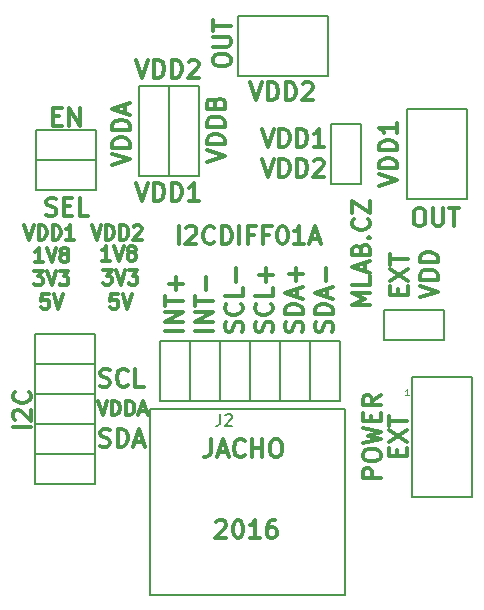
<source format=gbr>
G04 #@! TF.FileFunction,Legend,Top*
%FSLAX46Y46*%
G04 Gerber Fmt 4.6, Leading zero omitted, Abs format (unit mm)*
G04 Created by KiCad (PCBNEW 4.0.1-3.201512221401+6198~38~ubuntu15.10.1-stable) date Út 19. leden 2016, 20:09:19 CET*
%MOMM*%
G01*
G04 APERTURE LIST*
%ADD10C,0.300000*%
%ADD11C,0.150000*%
%ADD12C,0.050000*%
G04 APERTURE END LIST*
D10*
X33103357Y12108858D02*
X33103357Y12608858D01*
X33889071Y12823144D02*
X33889071Y12108858D01*
X32389071Y12108858D01*
X32389071Y12823144D01*
X32389071Y13323144D02*
X33889071Y14323144D01*
X32389071Y14323144D02*
X33889071Y13323144D01*
X32389071Y14680286D02*
X32389071Y15537429D01*
X33889071Y15108858D02*
X32389071Y15108858D01*
X22451143Y22637714D02*
X22522571Y22852000D01*
X22522571Y23209143D01*
X22451143Y23352000D01*
X22379714Y23423429D01*
X22236857Y23494857D01*
X22094000Y23494857D01*
X21951143Y23423429D01*
X21879714Y23352000D01*
X21808286Y23209143D01*
X21736857Y22923429D01*
X21665429Y22780571D01*
X21594000Y22709143D01*
X21451143Y22637714D01*
X21308286Y22637714D01*
X21165429Y22709143D01*
X21094000Y22780571D01*
X21022571Y22923429D01*
X21022571Y23280571D01*
X21094000Y23494857D01*
X22379714Y24994857D02*
X22451143Y24923428D01*
X22522571Y24709142D01*
X22522571Y24566285D01*
X22451143Y24352000D01*
X22308286Y24209142D01*
X22165429Y24137714D01*
X21879714Y24066285D01*
X21665429Y24066285D01*
X21379714Y24137714D01*
X21236857Y24209142D01*
X21094000Y24352000D01*
X21022571Y24566285D01*
X21022571Y24709142D01*
X21094000Y24923428D01*
X21165429Y24994857D01*
X22522571Y26352000D02*
X22522571Y25637714D01*
X21022571Y25637714D01*
X21951143Y26852000D02*
X21951143Y27994857D01*
X22522571Y27423428D02*
X21379714Y27423428D01*
X17748572Y6520571D02*
X17820001Y6592000D01*
X17962858Y6663429D01*
X18320001Y6663429D01*
X18462858Y6592000D01*
X18534287Y6520571D01*
X18605715Y6377714D01*
X18605715Y6234857D01*
X18534287Y6020571D01*
X17677144Y5163429D01*
X18605715Y5163429D01*
X19534286Y6663429D02*
X19677143Y6663429D01*
X19820000Y6592000D01*
X19891429Y6520571D01*
X19962858Y6377714D01*
X20034286Y6092000D01*
X20034286Y5734857D01*
X19962858Y5449143D01*
X19891429Y5306286D01*
X19820000Y5234857D01*
X19677143Y5163429D01*
X19534286Y5163429D01*
X19391429Y5234857D01*
X19320000Y5306286D01*
X19248572Y5449143D01*
X19177143Y5734857D01*
X19177143Y6092000D01*
X19248572Y6377714D01*
X19320000Y6520571D01*
X19391429Y6592000D01*
X19534286Y6663429D01*
X21462857Y5163429D02*
X20605714Y5163429D01*
X21034286Y5163429D02*
X21034286Y6663429D01*
X20891429Y6449143D01*
X20748571Y6306286D01*
X20605714Y6234857D01*
X22748571Y6663429D02*
X22462857Y6663429D01*
X22320000Y6592000D01*
X22248571Y6520571D01*
X22105714Y6306286D01*
X22034285Y6020571D01*
X22034285Y5449143D01*
X22105714Y5306286D01*
X22177142Y5234857D01*
X22320000Y5163429D01*
X22605714Y5163429D01*
X22748571Y5234857D01*
X22820000Y5306286D01*
X22891428Y5449143D01*
X22891428Y5806286D01*
X22820000Y5949143D01*
X22748571Y6020571D01*
X22605714Y6092000D01*
X22320000Y6092000D01*
X22177142Y6020571D01*
X22105714Y5949143D01*
X22034285Y5806286D01*
X17316000Y13521429D02*
X17316000Y12450000D01*
X17244572Y12235714D01*
X17101715Y12092857D01*
X16887429Y12021429D01*
X16744572Y12021429D01*
X17958857Y12450000D02*
X18673143Y12450000D01*
X17816000Y12021429D02*
X18316000Y13521429D01*
X18816000Y12021429D01*
X20173143Y12164286D02*
X20101714Y12092857D01*
X19887428Y12021429D01*
X19744571Y12021429D01*
X19530286Y12092857D01*
X19387428Y12235714D01*
X19316000Y12378571D01*
X19244571Y12664286D01*
X19244571Y12878571D01*
X19316000Y13164286D01*
X19387428Y13307143D01*
X19530286Y13450000D01*
X19744571Y13521429D01*
X19887428Y13521429D01*
X20101714Y13450000D01*
X20173143Y13378571D01*
X20816000Y12021429D02*
X20816000Y13521429D01*
X20816000Y12807143D02*
X21673143Y12807143D01*
X21673143Y12021429D02*
X21673143Y13521429D01*
X22673143Y13521429D02*
X22958857Y13521429D01*
X23101715Y13450000D01*
X23244572Y13307143D01*
X23316000Y13021429D01*
X23316000Y12521429D01*
X23244572Y12235714D01*
X23101715Y12092857D01*
X22958857Y12021429D01*
X22673143Y12021429D01*
X22530286Y12092857D01*
X22387429Y12235714D01*
X22316000Y12521429D01*
X22316000Y13021429D01*
X22387429Y13307143D01*
X22530286Y13450000D01*
X22673143Y13521429D01*
X9423429Y25803143D02*
X8852000Y25803143D01*
X8794857Y25231714D01*
X8852000Y25288857D01*
X8966286Y25346000D01*
X9252000Y25346000D01*
X9366286Y25288857D01*
X9423429Y25231714D01*
X9480572Y25117429D01*
X9480572Y24831714D01*
X9423429Y24717429D01*
X9366286Y24660286D01*
X9252000Y24603143D01*
X8966286Y24603143D01*
X8852000Y24660286D01*
X8794857Y24717429D01*
X9823429Y25803143D02*
X10223429Y24603143D01*
X10623429Y25803143D01*
X8166287Y27835143D02*
X8909144Y27835143D01*
X8509144Y27378000D01*
X8680572Y27378000D01*
X8794858Y27320857D01*
X8852001Y27263714D01*
X8909144Y27149429D01*
X8909144Y26863714D01*
X8852001Y26749429D01*
X8794858Y26692286D01*
X8680572Y26635143D01*
X8337715Y26635143D01*
X8223429Y26692286D01*
X8166287Y26749429D01*
X9252001Y27835143D02*
X9652001Y26635143D01*
X10052001Y27835143D01*
X10337715Y27835143D02*
X11080572Y27835143D01*
X10680572Y27378000D01*
X10852000Y27378000D01*
X10966286Y27320857D01*
X11023429Y27263714D01*
X11080572Y27149429D01*
X11080572Y26863714D01*
X11023429Y26749429D01*
X10966286Y26692286D01*
X10852000Y26635143D01*
X10509143Y26635143D01*
X10394857Y26692286D01*
X10337715Y26749429D01*
X8782144Y28667143D02*
X8096429Y28667143D01*
X8439287Y28667143D02*
X8439287Y29867143D01*
X8325001Y29695714D01*
X8210715Y29581429D01*
X8096429Y29524286D01*
X9125001Y29867143D02*
X9525001Y28667143D01*
X9925001Y29867143D01*
X10496429Y29352857D02*
X10382143Y29410000D01*
X10325000Y29467143D01*
X10267857Y29581429D01*
X10267857Y29638571D01*
X10325000Y29752857D01*
X10382143Y29810000D01*
X10496429Y29867143D01*
X10725000Y29867143D01*
X10839286Y29810000D01*
X10896429Y29752857D01*
X10953572Y29638571D01*
X10953572Y29581429D01*
X10896429Y29467143D01*
X10839286Y29410000D01*
X10725000Y29352857D01*
X10496429Y29352857D01*
X10382143Y29295714D01*
X10325000Y29238571D01*
X10267857Y29124286D01*
X10267857Y28895714D01*
X10325000Y28781429D01*
X10382143Y28724286D01*
X10496429Y28667143D01*
X10725000Y28667143D01*
X10839286Y28724286D01*
X10896429Y28781429D01*
X10953572Y28895714D01*
X10953572Y29124286D01*
X10896429Y29238571D01*
X10839286Y29295714D01*
X10725000Y29352857D01*
X3581429Y25803143D02*
X3010000Y25803143D01*
X2952857Y25231714D01*
X3010000Y25288857D01*
X3124286Y25346000D01*
X3410000Y25346000D01*
X3524286Y25288857D01*
X3581429Y25231714D01*
X3638572Y25117429D01*
X3638572Y24831714D01*
X3581429Y24717429D01*
X3524286Y24660286D01*
X3410000Y24603143D01*
X3124286Y24603143D01*
X3010000Y24660286D01*
X2952857Y24717429D01*
X3981429Y25803143D02*
X4381429Y24603143D01*
X4781429Y25803143D01*
X2324287Y27771643D02*
X3067144Y27771643D01*
X2667144Y27314500D01*
X2838572Y27314500D01*
X2952858Y27257357D01*
X3010001Y27200214D01*
X3067144Y27085929D01*
X3067144Y26800214D01*
X3010001Y26685929D01*
X2952858Y26628786D01*
X2838572Y26571643D01*
X2495715Y26571643D01*
X2381429Y26628786D01*
X2324287Y26685929D01*
X3410001Y27771643D02*
X3810001Y26571643D01*
X4210001Y27771643D01*
X4495715Y27771643D02*
X5238572Y27771643D01*
X4838572Y27314500D01*
X5010000Y27314500D01*
X5124286Y27257357D01*
X5181429Y27200214D01*
X5238572Y27085929D01*
X5238572Y26800214D01*
X5181429Y26685929D01*
X5124286Y26628786D01*
X5010000Y26571643D01*
X4667143Y26571643D01*
X4552857Y26628786D01*
X4495715Y26685929D01*
X3067144Y28540143D02*
X2381429Y28540143D01*
X2724287Y28540143D02*
X2724287Y29740143D01*
X2610001Y29568714D01*
X2495715Y29454429D01*
X2381429Y29397286D01*
X3410001Y29740143D02*
X3810001Y28540143D01*
X4210001Y29740143D01*
X4781429Y29225857D02*
X4667143Y29283000D01*
X4610000Y29340143D01*
X4552857Y29454429D01*
X4552857Y29511571D01*
X4610000Y29625857D01*
X4667143Y29683000D01*
X4781429Y29740143D01*
X5010000Y29740143D01*
X5124286Y29683000D01*
X5181429Y29625857D01*
X5238572Y29511571D01*
X5238572Y29454429D01*
X5181429Y29340143D01*
X5124286Y29283000D01*
X5010000Y29225857D01*
X4781429Y29225857D01*
X4667143Y29168714D01*
X4610000Y29111571D01*
X4552857Y28997286D01*
X4552857Y28768714D01*
X4610000Y28654429D01*
X4667143Y28597286D01*
X4781429Y28540143D01*
X5010000Y28540143D01*
X5124286Y28597286D01*
X5181429Y28654429D01*
X5238572Y28768714D01*
X5238572Y28997286D01*
X5181429Y29111571D01*
X5124286Y29168714D01*
X5010000Y29225857D01*
X1511572Y31645143D02*
X1911572Y30445143D01*
X2311572Y31645143D01*
X2711571Y30445143D02*
X2711571Y31645143D01*
X2997286Y31645143D01*
X3168714Y31588000D01*
X3283000Y31473714D01*
X3340143Y31359429D01*
X3397286Y31130857D01*
X3397286Y30959429D01*
X3340143Y30730857D01*
X3283000Y30616571D01*
X3168714Y30502286D01*
X2997286Y30445143D01*
X2711571Y30445143D01*
X3911571Y30445143D02*
X3911571Y31645143D01*
X4197286Y31645143D01*
X4368714Y31588000D01*
X4483000Y31473714D01*
X4540143Y31359429D01*
X4597286Y31130857D01*
X4597286Y30959429D01*
X4540143Y30730857D01*
X4483000Y30616571D01*
X4368714Y30502286D01*
X4197286Y30445143D01*
X3911571Y30445143D01*
X5740143Y30445143D02*
X5054428Y30445143D01*
X5397286Y30445143D02*
X5397286Y31645143D01*
X5283000Y31473714D01*
X5168714Y31359429D01*
X5054428Y31302286D01*
X7226572Y31645143D02*
X7626572Y30445143D01*
X8026572Y31645143D01*
X8426571Y30445143D02*
X8426571Y31645143D01*
X8712286Y31645143D01*
X8883714Y31588000D01*
X8998000Y31473714D01*
X9055143Y31359429D01*
X9112286Y31130857D01*
X9112286Y30959429D01*
X9055143Y30730857D01*
X8998000Y30616571D01*
X8883714Y30502286D01*
X8712286Y30445143D01*
X8426571Y30445143D01*
X9626571Y30445143D02*
X9626571Y31645143D01*
X9912286Y31645143D01*
X10083714Y31588000D01*
X10198000Y31473714D01*
X10255143Y31359429D01*
X10312286Y31130857D01*
X10312286Y30959429D01*
X10255143Y30730857D01*
X10198000Y30616571D01*
X10083714Y30502286D01*
X9912286Y30445143D01*
X9626571Y30445143D01*
X10769428Y31530857D02*
X10826571Y31588000D01*
X10940857Y31645143D01*
X11226571Y31645143D01*
X11340857Y31588000D01*
X11398000Y31530857D01*
X11455143Y31416571D01*
X11455143Y31302286D01*
X11398000Y31130857D01*
X10712286Y30445143D01*
X11455143Y30445143D01*
X30777571Y24888572D02*
X29277571Y24888572D01*
X30349000Y25388572D01*
X29277571Y25888572D01*
X30777571Y25888572D01*
X30777571Y27317144D02*
X30777571Y26602858D01*
X29277571Y26602858D01*
X30349000Y27745715D02*
X30349000Y28460001D01*
X30777571Y27602858D02*
X29277571Y28102858D01*
X30777571Y28602858D01*
X29991857Y29602858D02*
X30063286Y29817144D01*
X30134714Y29888572D01*
X30277571Y29960001D01*
X30491857Y29960001D01*
X30634714Y29888572D01*
X30706143Y29817144D01*
X30777571Y29674286D01*
X30777571Y29102858D01*
X29277571Y29102858D01*
X29277571Y29602858D01*
X29349000Y29745715D01*
X29420429Y29817144D01*
X29563286Y29888572D01*
X29706143Y29888572D01*
X29849000Y29817144D01*
X29920429Y29745715D01*
X29991857Y29602858D01*
X29991857Y29102858D01*
X30634714Y30602858D02*
X30706143Y30674286D01*
X30777571Y30602858D01*
X30706143Y30531429D01*
X30634714Y30602858D01*
X30777571Y30602858D01*
X30634714Y32174287D02*
X30706143Y32102858D01*
X30777571Y31888572D01*
X30777571Y31745715D01*
X30706143Y31531430D01*
X30563286Y31388572D01*
X30420429Y31317144D01*
X30134714Y31245715D01*
X29920429Y31245715D01*
X29634714Y31317144D01*
X29491857Y31388572D01*
X29349000Y31531430D01*
X29277571Y31745715D01*
X29277571Y31888572D01*
X29349000Y32102858D01*
X29420429Y32174287D01*
X29277571Y32674287D02*
X29277571Y33674287D01*
X30777571Y32674287D01*
X30777571Y33674287D01*
X14581930Y30055429D02*
X14581930Y31555429D01*
X15224787Y31412571D02*
X15296216Y31484000D01*
X15439073Y31555429D01*
X15796216Y31555429D01*
X15939073Y31484000D01*
X16010502Y31412571D01*
X16081930Y31269714D01*
X16081930Y31126857D01*
X16010502Y30912571D01*
X15153359Y30055429D01*
X16081930Y30055429D01*
X17581930Y30198286D02*
X17510501Y30126857D01*
X17296215Y30055429D01*
X17153358Y30055429D01*
X16939073Y30126857D01*
X16796215Y30269714D01*
X16724787Y30412571D01*
X16653358Y30698286D01*
X16653358Y30912571D01*
X16724787Y31198286D01*
X16796215Y31341143D01*
X16939073Y31484000D01*
X17153358Y31555429D01*
X17296215Y31555429D01*
X17510501Y31484000D01*
X17581930Y31412571D01*
X18224787Y30055429D02*
X18224787Y31555429D01*
X18581930Y31555429D01*
X18796215Y31484000D01*
X18939073Y31341143D01*
X19010501Y31198286D01*
X19081930Y30912571D01*
X19081930Y30698286D01*
X19010501Y30412571D01*
X18939073Y30269714D01*
X18796215Y30126857D01*
X18581930Y30055429D01*
X18224787Y30055429D01*
X19724787Y30055429D02*
X19724787Y31555429D01*
X20939073Y30841143D02*
X20439073Y30841143D01*
X20439073Y30055429D02*
X20439073Y31555429D01*
X21153359Y31555429D01*
X22224787Y30841143D02*
X21724787Y30841143D01*
X21724787Y30055429D02*
X21724787Y31555429D01*
X22439073Y31555429D01*
X23296215Y31555429D02*
X23439072Y31555429D01*
X23581929Y31484000D01*
X23653358Y31412571D01*
X23724787Y31269714D01*
X23796215Y30984000D01*
X23796215Y30626857D01*
X23724787Y30341143D01*
X23653358Y30198286D01*
X23581929Y30126857D01*
X23439072Y30055429D01*
X23296215Y30055429D01*
X23153358Y30126857D01*
X23081929Y30198286D01*
X23010501Y30341143D01*
X22939072Y30626857D01*
X22939072Y30984000D01*
X23010501Y31269714D01*
X23081929Y31412571D01*
X23153358Y31484000D01*
X23296215Y31555429D01*
X25224786Y30055429D02*
X24367643Y30055429D01*
X24796215Y30055429D02*
X24796215Y31555429D01*
X24653358Y31341143D01*
X24510500Y31198286D01*
X24367643Y31126857D01*
X25796214Y30484000D02*
X26510500Y30484000D01*
X25653357Y30055429D02*
X26153357Y31555429D01*
X26653357Y30055429D01*
X21606572Y37270429D02*
X22106572Y35770429D01*
X22606572Y37270429D01*
X23106572Y35770429D02*
X23106572Y37270429D01*
X23463715Y37270429D01*
X23678000Y37199000D01*
X23820858Y37056143D01*
X23892286Y36913286D01*
X23963715Y36627571D01*
X23963715Y36413286D01*
X23892286Y36127571D01*
X23820858Y35984714D01*
X23678000Y35841857D01*
X23463715Y35770429D01*
X23106572Y35770429D01*
X24606572Y35770429D02*
X24606572Y37270429D01*
X24963715Y37270429D01*
X25178000Y37199000D01*
X25320858Y37056143D01*
X25392286Y36913286D01*
X25463715Y36627571D01*
X25463715Y36413286D01*
X25392286Y36127571D01*
X25320858Y35984714D01*
X25178000Y35841857D01*
X24963715Y35770429D01*
X24606572Y35770429D01*
X26035143Y37127571D02*
X26106572Y37199000D01*
X26249429Y37270429D01*
X26606572Y37270429D01*
X26749429Y37199000D01*
X26820858Y37127571D01*
X26892286Y36984714D01*
X26892286Y36841857D01*
X26820858Y36627571D01*
X25963715Y35770429D01*
X26892286Y35770429D01*
X21606572Y39810429D02*
X22106572Y38310429D01*
X22606572Y39810429D01*
X23106572Y38310429D02*
X23106572Y39810429D01*
X23463715Y39810429D01*
X23678000Y39739000D01*
X23820858Y39596143D01*
X23892286Y39453286D01*
X23963715Y39167571D01*
X23963715Y38953286D01*
X23892286Y38667571D01*
X23820858Y38524714D01*
X23678000Y38381857D01*
X23463715Y38310429D01*
X23106572Y38310429D01*
X24606572Y38310429D02*
X24606572Y39810429D01*
X24963715Y39810429D01*
X25178000Y39739000D01*
X25320858Y39596143D01*
X25392286Y39453286D01*
X25463715Y39167571D01*
X25463715Y38953286D01*
X25392286Y38667571D01*
X25320858Y38524714D01*
X25178000Y38381857D01*
X24963715Y38310429D01*
X24606572Y38310429D01*
X26892286Y38310429D02*
X26035143Y38310429D01*
X26463715Y38310429D02*
X26463715Y39810429D01*
X26320858Y39596143D01*
X26178000Y39453286D01*
X26035143Y39381857D01*
X34992571Y25542857D02*
X36492571Y26042857D01*
X34992571Y26542857D01*
X36492571Y27042857D02*
X34992571Y27042857D01*
X34992571Y27400000D01*
X35064000Y27614285D01*
X35206857Y27757143D01*
X35349714Y27828571D01*
X35635429Y27900000D01*
X35849714Y27900000D01*
X36135429Y27828571D01*
X36278286Y27757143D01*
X36421143Y27614285D01*
X36492571Y27400000D01*
X36492571Y27042857D01*
X36492571Y28542857D02*
X34992571Y28542857D01*
X34992571Y28900000D01*
X35064000Y29114285D01*
X35206857Y29257143D01*
X35349714Y29328571D01*
X35635429Y29400000D01*
X35849714Y29400000D01*
X36135429Y29328571D01*
X36278286Y29257143D01*
X36421143Y29114285D01*
X36492571Y28900000D01*
X36492571Y28542857D01*
X33166857Y25757143D02*
X33166857Y26257143D01*
X33952571Y26471429D02*
X33952571Y25757143D01*
X32452571Y25757143D01*
X32452571Y26471429D01*
X32452571Y26971429D02*
X33952571Y27971429D01*
X32452571Y27971429D02*
X33952571Y26971429D01*
X32452571Y28328571D02*
X32452571Y29185714D01*
X33952571Y28757143D02*
X32452571Y28757143D01*
X7905714Y12981857D02*
X8120000Y12910429D01*
X8477143Y12910429D01*
X8620000Y12981857D01*
X8691429Y13053286D01*
X8762857Y13196143D01*
X8762857Y13339000D01*
X8691429Y13481857D01*
X8620000Y13553286D01*
X8477143Y13624714D01*
X8191429Y13696143D01*
X8048571Y13767571D01*
X7977143Y13839000D01*
X7905714Y13981857D01*
X7905714Y14124714D01*
X7977143Y14267571D01*
X8048571Y14339000D01*
X8191429Y14410429D01*
X8548571Y14410429D01*
X8762857Y14339000D01*
X9405714Y12910429D02*
X9405714Y14410429D01*
X9762857Y14410429D01*
X9977142Y14339000D01*
X10120000Y14196143D01*
X10191428Y14053286D01*
X10262857Y13767571D01*
X10262857Y13553286D01*
X10191428Y13267571D01*
X10120000Y13124714D01*
X9977142Y12981857D01*
X9762857Y12910429D01*
X9405714Y12910429D01*
X10834285Y13339000D02*
X11548571Y13339000D01*
X10691428Y12910429D02*
X11191428Y14410429D01*
X11691428Y12910429D01*
X7734286Y16786143D02*
X8134286Y15586143D01*
X8534286Y16786143D01*
X8934285Y15586143D02*
X8934285Y16786143D01*
X9220000Y16786143D01*
X9391428Y16729000D01*
X9505714Y16614714D01*
X9562857Y16500429D01*
X9620000Y16271857D01*
X9620000Y16100429D01*
X9562857Y15871857D01*
X9505714Y15757571D01*
X9391428Y15643286D01*
X9220000Y15586143D01*
X8934285Y15586143D01*
X10134285Y15586143D02*
X10134285Y16786143D01*
X10420000Y16786143D01*
X10591428Y16729000D01*
X10705714Y16614714D01*
X10762857Y16500429D01*
X10820000Y16271857D01*
X10820000Y16100429D01*
X10762857Y15871857D01*
X10705714Y15757571D01*
X10591428Y15643286D01*
X10420000Y15586143D01*
X10134285Y15586143D01*
X11277142Y15929000D02*
X11848571Y15929000D01*
X11162857Y15586143D02*
X11562857Y16786143D01*
X11962857Y15586143D01*
X7905714Y18061857D02*
X8120000Y17990429D01*
X8477143Y17990429D01*
X8620000Y18061857D01*
X8691429Y18133286D01*
X8762857Y18276143D01*
X8762857Y18419000D01*
X8691429Y18561857D01*
X8620000Y18633286D01*
X8477143Y18704714D01*
X8191429Y18776143D01*
X8048571Y18847571D01*
X7977143Y18919000D01*
X7905714Y19061857D01*
X7905714Y19204714D01*
X7977143Y19347571D01*
X8048571Y19419000D01*
X8191429Y19490429D01*
X8548571Y19490429D01*
X8762857Y19419000D01*
X10262857Y18133286D02*
X10191428Y18061857D01*
X9977142Y17990429D01*
X9834285Y17990429D01*
X9620000Y18061857D01*
X9477142Y18204714D01*
X9405714Y18347571D01*
X9334285Y18633286D01*
X9334285Y18847571D01*
X9405714Y19133286D01*
X9477142Y19276143D01*
X9620000Y19419000D01*
X9834285Y19490429D01*
X9977142Y19490429D01*
X10191428Y19419000D01*
X10262857Y19347571D01*
X11620000Y17990429D02*
X10905714Y17990429D01*
X10905714Y19490429D01*
X2075571Y14537715D02*
X575571Y14537715D01*
X718429Y15180572D02*
X647000Y15252001D01*
X575571Y15394858D01*
X575571Y15752001D01*
X647000Y15894858D01*
X718429Y15966287D01*
X861286Y16037715D01*
X1004143Y16037715D01*
X1218429Y15966287D01*
X2075571Y15109144D01*
X2075571Y16037715D01*
X1932714Y17537715D02*
X2004143Y17466286D01*
X2075571Y17252000D01*
X2075571Y17109143D01*
X2004143Y16894858D01*
X1861286Y16752000D01*
X1718429Y16680572D01*
X1432714Y16609143D01*
X1218429Y16609143D01*
X932714Y16680572D01*
X789857Y16752000D01*
X647000Y16894858D01*
X575571Y17109143D01*
X575571Y17252000D01*
X647000Y17466286D01*
X718429Y17537715D01*
X27531143Y22637714D02*
X27602571Y22852000D01*
X27602571Y23209143D01*
X27531143Y23352000D01*
X27459714Y23423429D01*
X27316857Y23494857D01*
X27174000Y23494857D01*
X27031143Y23423429D01*
X26959714Y23352000D01*
X26888286Y23209143D01*
X26816857Y22923429D01*
X26745429Y22780571D01*
X26674000Y22709143D01*
X26531143Y22637714D01*
X26388286Y22637714D01*
X26245429Y22709143D01*
X26174000Y22780571D01*
X26102571Y22923429D01*
X26102571Y23280571D01*
X26174000Y23494857D01*
X27602571Y24137714D02*
X26102571Y24137714D01*
X26102571Y24494857D01*
X26174000Y24709142D01*
X26316857Y24852000D01*
X26459714Y24923428D01*
X26745429Y24994857D01*
X26959714Y24994857D01*
X27245429Y24923428D01*
X27388286Y24852000D01*
X27531143Y24709142D01*
X27602571Y24494857D01*
X27602571Y24137714D01*
X27174000Y25566285D02*
X27174000Y26280571D01*
X27602571Y25423428D02*
X26102571Y25923428D01*
X27602571Y26423428D01*
X27031143Y26923428D02*
X27031143Y28066285D01*
X24991143Y22637714D02*
X25062571Y22852000D01*
X25062571Y23209143D01*
X24991143Y23352000D01*
X24919714Y23423429D01*
X24776857Y23494857D01*
X24634000Y23494857D01*
X24491143Y23423429D01*
X24419714Y23352000D01*
X24348286Y23209143D01*
X24276857Y22923429D01*
X24205429Y22780571D01*
X24134000Y22709143D01*
X23991143Y22637714D01*
X23848286Y22637714D01*
X23705429Y22709143D01*
X23634000Y22780571D01*
X23562571Y22923429D01*
X23562571Y23280571D01*
X23634000Y23494857D01*
X25062571Y24137714D02*
X23562571Y24137714D01*
X23562571Y24494857D01*
X23634000Y24709142D01*
X23776857Y24852000D01*
X23919714Y24923428D01*
X24205429Y24994857D01*
X24419714Y24994857D01*
X24705429Y24923428D01*
X24848286Y24852000D01*
X24991143Y24709142D01*
X25062571Y24494857D01*
X25062571Y24137714D01*
X24634000Y25566285D02*
X24634000Y26280571D01*
X25062571Y25423428D02*
X23562571Y25923428D01*
X25062571Y26423428D01*
X24491143Y26923428D02*
X24491143Y28066285D01*
X25062571Y27494856D02*
X23919714Y27494856D01*
X19911143Y22637714D02*
X19982571Y22852000D01*
X19982571Y23209143D01*
X19911143Y23352000D01*
X19839714Y23423429D01*
X19696857Y23494857D01*
X19554000Y23494857D01*
X19411143Y23423429D01*
X19339714Y23352000D01*
X19268286Y23209143D01*
X19196857Y22923429D01*
X19125429Y22780571D01*
X19054000Y22709143D01*
X18911143Y22637714D01*
X18768286Y22637714D01*
X18625429Y22709143D01*
X18554000Y22780571D01*
X18482571Y22923429D01*
X18482571Y23280571D01*
X18554000Y23494857D01*
X19839714Y24994857D02*
X19911143Y24923428D01*
X19982571Y24709142D01*
X19982571Y24566285D01*
X19911143Y24352000D01*
X19768286Y24209142D01*
X19625429Y24137714D01*
X19339714Y24066285D01*
X19125429Y24066285D01*
X18839714Y24137714D01*
X18696857Y24209142D01*
X18554000Y24352000D01*
X18482571Y24566285D01*
X18482571Y24709142D01*
X18554000Y24923428D01*
X18625429Y24994857D01*
X19982571Y26352000D02*
X19982571Y25637714D01*
X18482571Y25637714D01*
X19411143Y26852000D02*
X19411143Y27994857D01*
X17442571Y22709143D02*
X15942571Y22709143D01*
X17442571Y23423429D02*
X15942571Y23423429D01*
X17442571Y24280572D01*
X15942571Y24280572D01*
X15942571Y24780572D02*
X15942571Y25637715D01*
X17442571Y25209144D02*
X15942571Y25209144D01*
X16871143Y26137715D02*
X16871143Y27280572D01*
X14902571Y22709143D02*
X13402571Y22709143D01*
X14902571Y23423429D02*
X13402571Y23423429D01*
X14902571Y24280572D01*
X13402571Y24280572D01*
X13402571Y24780572D02*
X13402571Y25637715D01*
X14902571Y25209144D02*
X13402571Y25209144D01*
X14331143Y26137715D02*
X14331143Y27280572D01*
X14902571Y26709143D02*
X13759714Y26709143D01*
X34822000Y33079429D02*
X35107714Y33079429D01*
X35250572Y33008000D01*
X35393429Y32865143D01*
X35464857Y32579429D01*
X35464857Y32079429D01*
X35393429Y31793714D01*
X35250572Y31650857D01*
X35107714Y31579429D01*
X34822000Y31579429D01*
X34679143Y31650857D01*
X34536286Y31793714D01*
X34464857Y32079429D01*
X34464857Y32579429D01*
X34536286Y32865143D01*
X34679143Y33008000D01*
X34822000Y33079429D01*
X36107715Y33079429D02*
X36107715Y31865143D01*
X36179143Y31722286D01*
X36250572Y31650857D01*
X36393429Y31579429D01*
X36679143Y31579429D01*
X36822001Y31650857D01*
X36893429Y31722286D01*
X36964858Y31865143D01*
X36964858Y33079429D01*
X37464858Y33079429D02*
X38322001Y33079429D01*
X37893430Y31579429D02*
X37893430Y33079429D01*
X17466571Y45490000D02*
X17466571Y45775714D01*
X17538000Y45918572D01*
X17680857Y46061429D01*
X17966571Y46132857D01*
X18466571Y46132857D01*
X18752286Y46061429D01*
X18895143Y45918572D01*
X18966571Y45775714D01*
X18966571Y45490000D01*
X18895143Y45347143D01*
X18752286Y45204286D01*
X18466571Y45132857D01*
X17966571Y45132857D01*
X17680857Y45204286D01*
X17538000Y45347143D01*
X17466571Y45490000D01*
X17466571Y46775715D02*
X18680857Y46775715D01*
X18823714Y46847143D01*
X18895143Y46918572D01*
X18966571Y47061429D01*
X18966571Y47347143D01*
X18895143Y47490001D01*
X18823714Y47561429D01*
X18680857Y47632858D01*
X17466571Y47632858D01*
X17466571Y48132858D02*
X17466571Y48990001D01*
X18966571Y48561430D02*
X17466571Y48561430D01*
X31666571Y10251714D02*
X30166571Y10251714D01*
X30166571Y10823142D01*
X30238000Y10966000D01*
X30309429Y11037428D01*
X30452286Y11108857D01*
X30666571Y11108857D01*
X30809429Y11037428D01*
X30880857Y10966000D01*
X30952286Y10823142D01*
X30952286Y10251714D01*
X30166571Y12037428D02*
X30166571Y12323142D01*
X30238000Y12466000D01*
X30380857Y12608857D01*
X30666571Y12680285D01*
X31166571Y12680285D01*
X31452286Y12608857D01*
X31595143Y12466000D01*
X31666571Y12323142D01*
X31666571Y12037428D01*
X31595143Y11894571D01*
X31452286Y11751714D01*
X31166571Y11680285D01*
X30666571Y11680285D01*
X30380857Y11751714D01*
X30238000Y11894571D01*
X30166571Y12037428D01*
X30166571Y13180286D02*
X31666571Y13537429D01*
X30595143Y13823143D01*
X31666571Y14108857D01*
X30166571Y14466000D01*
X30880857Y15037429D02*
X30880857Y15537429D01*
X31666571Y15751715D02*
X31666571Y15037429D01*
X30166571Y15037429D01*
X30166571Y15751715D01*
X31666571Y17251715D02*
X30952286Y16751715D01*
X31666571Y16394572D02*
X30166571Y16394572D01*
X30166571Y16966000D01*
X30238000Y17108858D01*
X30309429Y17180286D01*
X30452286Y17251715D01*
X30666571Y17251715D01*
X30809429Y17180286D01*
X30880857Y17108858D01*
X30952286Y16966000D01*
X30952286Y16394572D01*
X31563571Y35004715D02*
X33063571Y35504715D01*
X31563571Y36004715D01*
X33063571Y36504715D02*
X31563571Y36504715D01*
X31563571Y36861858D01*
X31635000Y37076143D01*
X31777857Y37219001D01*
X31920714Y37290429D01*
X32206429Y37361858D01*
X32420714Y37361858D01*
X32706429Y37290429D01*
X32849286Y37219001D01*
X32992143Y37076143D01*
X33063571Y36861858D01*
X33063571Y36504715D01*
X33063571Y38004715D02*
X31563571Y38004715D01*
X31563571Y38361858D01*
X31635000Y38576143D01*
X31777857Y38719001D01*
X31920714Y38790429D01*
X32206429Y38861858D01*
X32420714Y38861858D01*
X32706429Y38790429D01*
X32849286Y38719001D01*
X32992143Y38576143D01*
X33063571Y38361858D01*
X33063571Y38004715D01*
X33063571Y40290429D02*
X33063571Y39433286D01*
X33063571Y39861858D02*
X31563571Y39861858D01*
X31777857Y39719001D01*
X31920714Y39576143D01*
X31992143Y39433286D01*
X20653715Y43747429D02*
X21153715Y42247429D01*
X21653715Y43747429D01*
X22153715Y42247429D02*
X22153715Y43747429D01*
X22510858Y43747429D01*
X22725143Y43676000D01*
X22868001Y43533143D01*
X22939429Y43390286D01*
X23010858Y43104571D01*
X23010858Y42890286D01*
X22939429Y42604571D01*
X22868001Y42461714D01*
X22725143Y42318857D01*
X22510858Y42247429D01*
X22153715Y42247429D01*
X23653715Y42247429D02*
X23653715Y43747429D01*
X24010858Y43747429D01*
X24225143Y43676000D01*
X24368001Y43533143D01*
X24439429Y43390286D01*
X24510858Y43104571D01*
X24510858Y42890286D01*
X24439429Y42604571D01*
X24368001Y42461714D01*
X24225143Y42318857D01*
X24010858Y42247429D01*
X23653715Y42247429D01*
X25082286Y43604571D02*
X25153715Y43676000D01*
X25296572Y43747429D01*
X25653715Y43747429D01*
X25796572Y43676000D01*
X25868001Y43604571D01*
X25939429Y43461714D01*
X25939429Y43318857D01*
X25868001Y43104571D01*
X25010858Y42247429D01*
X25939429Y42247429D01*
X16958571Y37001000D02*
X18458571Y37501000D01*
X16958571Y38001000D01*
X18458571Y38501000D02*
X16958571Y38501000D01*
X16958571Y38858143D01*
X17030000Y39072428D01*
X17172857Y39215286D01*
X17315714Y39286714D01*
X17601429Y39358143D01*
X17815714Y39358143D01*
X18101429Y39286714D01*
X18244286Y39215286D01*
X18387143Y39072428D01*
X18458571Y38858143D01*
X18458571Y38501000D01*
X18458571Y40001000D02*
X16958571Y40001000D01*
X16958571Y40358143D01*
X17030000Y40572428D01*
X17172857Y40715286D01*
X17315714Y40786714D01*
X17601429Y40858143D01*
X17815714Y40858143D01*
X18101429Y40786714D01*
X18244286Y40715286D01*
X18387143Y40572428D01*
X18458571Y40358143D01*
X18458571Y40001000D01*
X17672857Y42001000D02*
X17744286Y42215286D01*
X17815714Y42286714D01*
X17958571Y42358143D01*
X18172857Y42358143D01*
X18315714Y42286714D01*
X18387143Y42215286D01*
X18458571Y42072428D01*
X18458571Y41501000D01*
X16958571Y41501000D01*
X16958571Y42001000D01*
X17030000Y42143857D01*
X17101429Y42215286D01*
X17244286Y42286714D01*
X17387143Y42286714D01*
X17530000Y42215286D01*
X17601429Y42143857D01*
X17672857Y42001000D01*
X17672857Y41501000D01*
X8957571Y36727143D02*
X10457571Y37227143D01*
X8957571Y37727143D01*
X10457571Y38227143D02*
X8957571Y38227143D01*
X8957571Y38584286D01*
X9029000Y38798571D01*
X9171857Y38941429D01*
X9314714Y39012857D01*
X9600429Y39084286D01*
X9814714Y39084286D01*
X10100429Y39012857D01*
X10243286Y38941429D01*
X10386143Y38798571D01*
X10457571Y38584286D01*
X10457571Y38227143D01*
X10457571Y39727143D02*
X8957571Y39727143D01*
X8957571Y40084286D01*
X9029000Y40298571D01*
X9171857Y40441429D01*
X9314714Y40512857D01*
X9600429Y40584286D01*
X9814714Y40584286D01*
X10100429Y40512857D01*
X10243286Y40441429D01*
X10386143Y40298571D01*
X10457571Y40084286D01*
X10457571Y39727143D01*
X10029000Y41155714D02*
X10029000Y41870000D01*
X10457571Y41012857D02*
X8957571Y41512857D01*
X10457571Y42012857D01*
X11001715Y45652429D02*
X11501715Y44152429D01*
X12001715Y45652429D01*
X12501715Y44152429D02*
X12501715Y45652429D01*
X12858858Y45652429D01*
X13073143Y45581000D01*
X13216001Y45438143D01*
X13287429Y45295286D01*
X13358858Y45009571D01*
X13358858Y44795286D01*
X13287429Y44509571D01*
X13216001Y44366714D01*
X13073143Y44223857D01*
X12858858Y44152429D01*
X12501715Y44152429D01*
X14001715Y44152429D02*
X14001715Y45652429D01*
X14358858Y45652429D01*
X14573143Y45581000D01*
X14716001Y45438143D01*
X14787429Y45295286D01*
X14858858Y45009571D01*
X14858858Y44795286D01*
X14787429Y44509571D01*
X14716001Y44366714D01*
X14573143Y44223857D01*
X14358858Y44152429D01*
X14001715Y44152429D01*
X15430286Y45509571D02*
X15501715Y45581000D01*
X15644572Y45652429D01*
X16001715Y45652429D01*
X16144572Y45581000D01*
X16216001Y45509571D01*
X16287429Y45366714D01*
X16287429Y45223857D01*
X16216001Y45009571D01*
X15358858Y44152429D01*
X16287429Y44152429D01*
X11001715Y35238429D02*
X11501715Y33738429D01*
X12001715Y35238429D01*
X12501715Y33738429D02*
X12501715Y35238429D01*
X12858858Y35238429D01*
X13073143Y35167000D01*
X13216001Y35024143D01*
X13287429Y34881286D01*
X13358858Y34595571D01*
X13358858Y34381286D01*
X13287429Y34095571D01*
X13216001Y33952714D01*
X13073143Y33809857D01*
X12858858Y33738429D01*
X12501715Y33738429D01*
X14001715Y33738429D02*
X14001715Y35238429D01*
X14358858Y35238429D01*
X14573143Y35167000D01*
X14716001Y35024143D01*
X14787429Y34881286D01*
X14858858Y34595571D01*
X14858858Y34381286D01*
X14787429Y34095571D01*
X14716001Y33952714D01*
X14573143Y33809857D01*
X14358858Y33738429D01*
X14001715Y33738429D01*
X16287429Y33738429D02*
X15430286Y33738429D01*
X15858858Y33738429D02*
X15858858Y35238429D01*
X15716001Y35024143D01*
X15573143Y34881286D01*
X15430286Y34809857D01*
X3365714Y32539857D02*
X3580000Y32468429D01*
X3937143Y32468429D01*
X4080000Y32539857D01*
X4151429Y32611286D01*
X4222857Y32754143D01*
X4222857Y32897000D01*
X4151429Y33039857D01*
X4080000Y33111286D01*
X3937143Y33182714D01*
X3651429Y33254143D01*
X3508571Y33325571D01*
X3437143Y33397000D01*
X3365714Y33539857D01*
X3365714Y33682714D01*
X3437143Y33825571D01*
X3508571Y33897000D01*
X3651429Y33968429D01*
X4008571Y33968429D01*
X4222857Y33897000D01*
X4865714Y33254143D02*
X5365714Y33254143D01*
X5580000Y32468429D02*
X4865714Y32468429D01*
X4865714Y33968429D01*
X5580000Y33968429D01*
X6937143Y32468429D02*
X6222857Y32468429D01*
X6222857Y33968429D01*
X3972857Y40874143D02*
X4472857Y40874143D01*
X4687143Y40088429D02*
X3972857Y40088429D01*
X3972857Y41588429D01*
X4687143Y41588429D01*
X5330000Y40088429D02*
X5330000Y41588429D01*
X6187143Y40088429D01*
X6187143Y41588429D01*
D11*
X12190000Y16112000D02*
X12190000Y382000D01*
X12190000Y382000D02*
X28700000Y382000D01*
X28700000Y382000D02*
X28700000Y16132000D01*
X28700000Y16132000D02*
X12190000Y16132000D01*
X34290000Y18796000D02*
X39370000Y18796000D01*
X39370000Y18796000D02*
X39370000Y8636000D01*
X39370000Y8636000D02*
X34290000Y8636000D01*
X34290000Y8636000D02*
X34290000Y18796000D01*
X12954000Y16764000D02*
X12954000Y21844000D01*
X12954000Y21844000D02*
X15494000Y21844000D01*
X15494000Y21844000D02*
X15494000Y16764000D01*
X15494000Y16764000D02*
X12954000Y16764000D01*
X15494000Y16764000D02*
X15494000Y21844000D01*
X15494000Y21844000D02*
X18034000Y21844000D01*
X18034000Y21844000D02*
X18034000Y16764000D01*
X18034000Y16764000D02*
X15494000Y16764000D01*
X18034000Y16764000D02*
X18034000Y21844000D01*
X18034000Y21844000D02*
X20574000Y21844000D01*
X20574000Y21844000D02*
X20574000Y16764000D01*
X20574000Y16764000D02*
X18034000Y16764000D01*
X20574000Y16764000D02*
X20574000Y21844000D01*
X20574000Y21844000D02*
X23114000Y21844000D01*
X23114000Y21844000D02*
X23114000Y16764000D01*
X23114000Y16764000D02*
X20574000Y16764000D01*
X23114000Y16764000D02*
X23114000Y21844000D01*
X23114000Y21844000D02*
X25654000Y21844000D01*
X25654000Y21844000D02*
X25654000Y16764000D01*
X25654000Y16764000D02*
X23114000Y16764000D01*
X25654000Y16764000D02*
X25654000Y21844000D01*
X25654000Y21844000D02*
X28194000Y21844000D01*
X28194000Y21844000D02*
X28194000Y16764000D01*
X28194000Y16764000D02*
X25654000Y16764000D01*
X33909000Y41529000D02*
X38989000Y41529000D01*
X38989000Y41529000D02*
X38989000Y33909000D01*
X38989000Y33909000D02*
X33909000Y33909000D01*
X33909000Y33909000D02*
X33909000Y41529000D01*
X29972000Y40259000D02*
X29972000Y35179000D01*
X29972000Y35179000D02*
X27432000Y35179000D01*
X27432000Y35179000D02*
X27432000Y40259000D01*
X27432000Y40259000D02*
X29972000Y40259000D01*
X13716000Y43434000D02*
X16256000Y43434000D01*
X16256000Y43434000D02*
X16256000Y35814000D01*
X16256000Y35814000D02*
X13716000Y35814000D01*
X13716000Y35814000D02*
X13716000Y43434000D01*
X19558000Y44323000D02*
X19558000Y49403000D01*
X19558000Y49403000D02*
X27178000Y49403000D01*
X27178000Y49403000D02*
X27178000Y44323000D01*
X27178000Y44323000D02*
X19558000Y44323000D01*
X2476500Y37147500D02*
X7556500Y37147500D01*
X7556500Y37147500D02*
X7556500Y34607500D01*
X7556500Y34607500D02*
X2476500Y34607500D01*
X2476500Y34607500D02*
X2476500Y37147500D01*
X2476500Y37147500D02*
X2476500Y39687500D01*
X2476500Y39687500D02*
X7556500Y39687500D01*
X7556500Y39687500D02*
X7556500Y37147500D01*
X7556500Y37147500D02*
X2476500Y37147500D01*
X2413000Y19939000D02*
X2413000Y22479000D01*
X2413000Y22479000D02*
X7493000Y22479000D01*
X7493000Y22479000D02*
X7493000Y19939000D01*
X7493000Y19939000D02*
X2413000Y19939000D01*
X2413000Y12319000D02*
X2413000Y14859000D01*
X2413000Y14859000D02*
X7493000Y14859000D01*
X7493000Y14859000D02*
X7493000Y12319000D01*
X7493000Y12319000D02*
X2413000Y12319000D01*
X2413000Y14859000D02*
X2413000Y17399000D01*
X2413000Y17399000D02*
X7493000Y17399000D01*
X7493000Y17399000D02*
X7493000Y14859000D01*
X7493000Y14859000D02*
X2413000Y14859000D01*
X2413000Y17399000D02*
X2413000Y19939000D01*
X2413000Y19939000D02*
X7493000Y19939000D01*
X7493000Y19939000D02*
X7493000Y17399000D01*
X7493000Y17399000D02*
X2413000Y17399000D01*
X2413000Y9779000D02*
X2413000Y12319000D01*
X2413000Y12319000D02*
X7493000Y12319000D01*
X7493000Y12319000D02*
X7493000Y9779000D01*
X7493000Y9779000D02*
X2413000Y9779000D01*
X11176000Y43434000D02*
X13716000Y43434000D01*
X13716000Y43434000D02*
X13716000Y35814000D01*
X13716000Y35814000D02*
X11176000Y35814000D01*
X11176000Y35814000D02*
X11176000Y43434000D01*
X31940500Y24447500D02*
X37020500Y24447500D01*
X37020500Y24447500D02*
X37020500Y21907500D01*
X37020500Y21907500D02*
X31940500Y21907500D01*
X31940500Y21907500D02*
X31940500Y24447500D01*
X18081667Y15660619D02*
X18081667Y14946333D01*
X18034047Y14803476D01*
X17938809Y14708238D01*
X17795952Y14660619D01*
X17700714Y14660619D01*
X18510238Y15565381D02*
X18557857Y15613000D01*
X18653095Y15660619D01*
X18891191Y15660619D01*
X18986429Y15613000D01*
X19034048Y15565381D01*
X19081667Y15470143D01*
X19081667Y15374905D01*
X19034048Y15232048D01*
X18462619Y14660619D01*
X19081667Y14660619D01*
D12*
X34051857Y17299810D02*
X33766143Y17299810D01*
X33909000Y17299810D02*
X33909000Y17799810D01*
X33861381Y17728381D01*
X33813762Y17680762D01*
X33766143Y17656952D01*
M02*

</source>
